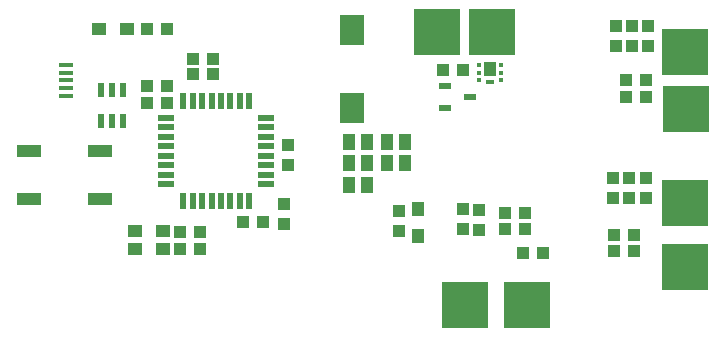
<source format=gtp>
%FSTAX23Y23*%
%MOIN*%
%SFA1B1*%

%IPPOS*%
%ADD17R,0.039370X0.043307*%
%ADD18R,0.041339X0.023622*%
%ADD19R,0.016929X0.013780*%
%ADD20R,0.043307X0.049212*%
%ADD21R,0.025984X0.013780*%
%ADD22R,0.080709X0.098425*%
%ADD23R,0.043307X0.055118*%
%ADD24R,0.043307X0.039370*%
%ADD25R,0.058071X0.023622*%
%ADD26R,0.023622X0.058071*%
%ADD27R,0.157480X0.157480*%
%ADD28R,0.051181X0.017716*%
%ADD29R,0.023622X0.048031*%
%ADD30R,0.049212X0.043307*%
%ADD31R,0.078740X0.039370*%
%ADD32R,0.078740X0.039370*%
%LNlebot-1*%
%LPD*%
G54D17*
X01553Y00922D03*
X01486D03*
X02161Y00833D03*
X02094D03*
X02163Y00891D03*
X02096D03*
X01692Y00392D03*
X01759D03*
X01693Y00447D03*
X0176D03*
X01751Y00313D03*
X01818D03*
X02054Y0032D03*
X02121D03*
X02054Y00375D03*
X02121D03*
X00653Y0096D03*
X0072D03*
X00653Y00909D03*
X0072D03*
X00564Y00812D03*
X00498D03*
X00564Y00871D03*
X00498D03*
X00566Y01059D03*
X005D03*
X00675Y00385D03*
X00608D03*
X00675Y00326D03*
X00608D03*
X00818Y00417D03*
X00885D03*
G54D18*
X01577Y00833D03*
X01491Y00796D03*
Y00871D03*
G54D19*
X01606Y0094D03*
Y00915D03*
Y00889D03*
X01679D03*
Y00915D03*
Y0094D03*
G54D20*
X01643Y00926D03*
X01403Y00369D03*
Y00461D03*
G54D21*
X01643Y00884D03*
G54D22*
X01181Y00796D03*
Y01056D03*
G54D23*
X01299Y00614D03*
X01358D03*
X01232Y00539D03*
X01173D03*
X01232Y00614D03*
X01173D03*
X01299Y00685D03*
X01358D03*
X01232D03*
X01173D03*
G54D24*
X00968Y00606D03*
Y00673D03*
X01551Y00393D03*
Y0046D03*
X01339Y00455D03*
Y00388D03*
X01606Y00458D03*
Y00391D03*
X02107Y00498D03*
Y00564D03*
X02052Y00498D03*
Y00564D03*
X02162D03*
Y00498D03*
X02117Y01002D03*
Y01069D03*
X02062Y01002D03*
Y01069D03*
X02169D03*
Y01002D03*
X00956Y00476D03*
Y00409D03*
G54D25*
X00896Y00543D03*
Y00574D03*
Y00606D03*
Y00637D03*
Y00669D03*
Y007D03*
Y00732D03*
Y00763D03*
X00562D03*
Y00732D03*
Y007D03*
Y00669D03*
Y00637D03*
Y00606D03*
Y00574D03*
Y00543D03*
G54D26*
X0084Y0082D03*
X00808D03*
X00777D03*
X00745D03*
X00714D03*
X00682D03*
X00651D03*
X00619D03*
Y00486D03*
X00651D03*
X00682D03*
X00714D03*
X00745D03*
X00777D03*
X00808D03*
X0084D03*
G54D27*
X01767Y00141D03*
X01558Y00139D03*
X02291Y00479D03*
X02292Y00267D03*
X02291Y00983D03*
X02295Y00795D03*
X01649Y01051D03*
X01464D03*
G54D28*
X00228Y0094D03*
Y00915D03*
Y00889D03*
Y00863D03*
Y00838D03*
G54D29*
X00345Y00754D03*
X00382D03*
X00419D03*
Y00857D03*
X00382D03*
X00345D03*
G54D30*
X00433Y01059D03*
X0034D03*
X00551Y00387D03*
X00458D03*
X00551Y00326D03*
X00458D03*
G54D31*
X00106Y00652D03*
X00342D03*
G54D32*
X00106Y00495D03*
X00342D03*
M02*
</source>
